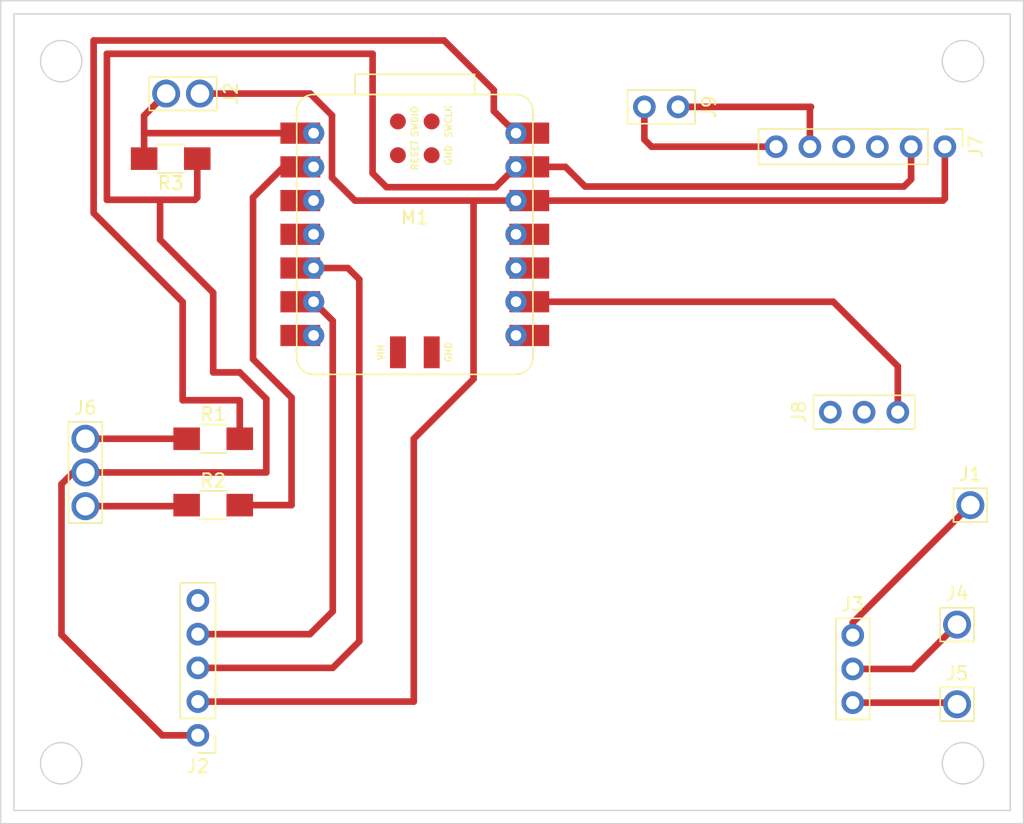
<source format=kicad_pcb>
(kicad_pcb (version 20221018) (generator pcbnew)
  (layers (0 "F.Cu" signal) (31 "B.Cu" signal) (34 "B.Paste" user) (35 "F.Paste" user) (36 "B.SilkS" user "B.Silkscreen") (37 "F.SilkS" user "F.Silkscreen") (38 "B.Mask" user) (39 "F.Mask" user) (44 "Edge.Cuts" user))
  (net 0 "")
  (net 1 "PWR_GND")
  (net 2 "PWR_3V3")
  (net 3 "SDA")
  (net 4 "SCL")
  (net 9 "P2")
  (net 12 "PWR_5V")
  (net 20 "P27")
  (net 21 "S1")
  (net 22 "FLEX")
  (net 23 "S2")
  (net 24 "S3")
  (net 25 "LED_SIG")
  (net 26 "LED_PWR")
  (net 29 "LOUT1")
  (net 30 "LOUT2")
  (footprint "fab:PinHeader_1x03_P2.54mm_Vertical_THT_D1.4mm" (layer "F.Cu") (at 110.38 77)
    (fp_text reference "J6" (at 0 -2.33) (layer "F.SilkS"))
    (fp_text value "Conn_PinHeader_1x03_P2.54mm_Vertical_THT_D1.4mm")
    (fp_line (start -1.27 -1.27) (end -1.27 6.35) (stroke (width 0.12)) (layer "F.SilkS"))
    (fp_line (start -1.27 -1.27) (end 1.27 -1.27) (stroke (width 0.12)) (layer "F.SilkS"))
    (fp_line (start -1.27 6.35) (end 1.27 6.35) (stroke (width 0.12)) (layer "F.SilkS"))
    (fp_line (start 1.27 -1.27) (end 1.27 6.35) (stroke (width 0.12)) (layer "F.SilkS"))
    (pad "1" thru_hole circle (at 0 0) (size 2.1 2.1) (drill 1.4) (layers "*.Cu" "*.Mask") (net 26 "LED_PWR"))
    (pad "2" thru_hole circle (at 0 2.54) (size 2.1 2.1) (drill 1.4) (layers "*.Cu" "*.Mask") (net 1 "PWR_GND"))
    (pad "3" thru_hole circle (at 0 5.08) (size 2.1 2.1) (drill 1.4) (layers "*.Cu" "*.Mask") (net 25 "LED_SIG"))
  )
  (footprint "fab:PinHeader_1x01_P2.54mm_Vertical_THT_D1.4mm" (layer "F.Cu") (at 176 91)
    (fp_text reference "J4" (at 0 -2.33) (layer "F.SilkS"))
    (fp_text value "Conn_PinHeader_1x01_P2.54mm_Vertical_THT_D1.4mm" hide)
    (fp_line (start -1.27 -1.27) (end -1.27 1.27) (stroke (width 0.12)) (layer "F.SilkS"))
    (fp_line (start -1.27 -1.27) (end 1.27 -1.27) (stroke (width 0.12)) (layer "F.SilkS"))
    (fp_line (start -1.27 1.27) (end 1.27 1.27) (stroke (width 0.12)) (layer "F.SilkS"))
    (fp_line (start 1.27 -1.27) (end 1.27 1.27) (stroke (width 0.12)) (layer "F.SilkS"))
    (pad "1" thru_hole circle (at 0 0) (size 2.1 2.1) (drill 1.4) (layers "*.Cu" "*.Mask") (net 23 "S2"))
  )
  (footprint "fab:R_1206" (layer "F.Cu") (at 120 77)
    (fp_text reference "R1" (at 0 -1.85) (layer "F.SilkS"))
    (fp_text value "R_1206")
    (fp_line (start -1 -1.07) (end 1 -1.07) (stroke (width 0.12)) (layer "F.SilkS"))
    (fp_line (start 1 1.07) (end -1 1.07) (stroke (width 0.12)) (layer "F.SilkS"))
    (pad "1" smd rect (at -2 0) (size 2 1.7) (layers "F.Cu" "F.Paste" "F.Mask") (net 26 "LED_PWR"))
    (pad "2" smd rect (at 2 0) (size 2 1.7) (layers "F.Cu" "F.Paste" "F.Mask") (net 12 "PWR_5V"))
  )
  (footprint "fab:PinHeader_1x01_P2.54mm_Vertical_THT_D1.4mm" (layer "F.Cu") (at 176 97)
    (fp_text reference "J5" (at 0 -2.33) (layer "F.SilkS"))
    (fp_text value "Conn_PinHeader_1x01_P2.54mm_Vertical_THT_D1.4mm" hide)
    (fp_line (start -1.27 -1.27) (end -1.27 1.27) (stroke (width 0.12)) (layer "F.SilkS"))
    (fp_line (start -1.27 -1.27) (end 1.27 -1.27) (stroke (width 0.12)) (layer "F.SilkS"))
    (fp_line (start -1.27 1.27) (end 1.27 1.27) (stroke (width 0.12)) (layer "F.SilkS"))
    (fp_line (start 1.27 -1.27) (end 1.27 1.27) (stroke (width 0.12)) (layer "F.SilkS"))
    (pad "1" thru_hole circle (at 0 0) (size 2.1 2.1) (drill 1.4) (layers "*.Cu" "*.Mask") (net 24 "S3"))
  )
  (footprint "fab:PinHeader_1x01_P2.54mm_Vertical_THT_D1.4mm" (layer "F.Cu") (at 177 82)
    (fp_text reference "J1" (at 0 -2.33) (layer "F.SilkS"))
    (fp_text value "Conn_PinHeader_1x01_P2.54mm_Vertical_THT_D1.4mm")
    (fp_line (start -1.27 -1.27) (end -1.27 1.27) (stroke (width 0.12)) (layer "F.SilkS"))
    (fp_line (start -1.27 -1.27) (end 1.27 -1.27) (stroke (width 0.12)) (layer "F.SilkS"))
    (fp_line (start -1.27 1.27) (end 1.27 1.27) (stroke (width 0.12)) (layer "F.SilkS"))
    (fp_line (start 1.27 -1.27) (end 1.27 1.27) (stroke (width 0.12)) (layer "F.SilkS"))
    (pad "1" thru_hole circle (at 0 0) (size 2.1 2.1) (drill 1.4) (layers "*.Cu" "*.Mask") (net 21 "S1"))
  )
  (footprint "fab:PinHeader_1x03_P2.54mm_Vertical_THT_D1mm" (layer "F.Cu") (at 168.146 91.8)
    (fp_text reference "J3" (at 0 -2.33) (layer "F.SilkS"))
    (fp_text value "Conn_PinHeader_1x03_P2.54mm_Vertical_THT_D1mm" hide)
    (fp_line (start -1.27 -1.27) (end -1.27 6.35) (stroke (width 0.12)) (layer "F.SilkS"))
    (fp_line (start -1.27 -1.27) (end 1.27 -1.27) (stroke (width 0.12)) (layer "F.SilkS"))
    (fp_line (start -1.27 6.35) (end 1.27 6.35) (stroke (width 0.12)) (layer "F.SilkS"))
    (fp_line (start 1.27 -1.27) (end 1.27 6.35) (stroke (width 0.12)) (layer "F.SilkS"))
    (pad "1" thru_hole oval (at 0 0) (size 1.7 1.7) (drill 1) (layers "*.Cu" "*.Mask") (net 21 "S1"))
    (pad "2" thru_hole oval (at 0 2.54) (size 1.7 1.7) (drill 1) (layers "*.Cu" "*.Mask") (net 23 "S2"))
    (pad "3" thru_hole oval (at 0 5.08) (size 1.7 1.7) (drill 1) (layers "*.Cu" "*.Mask") (net 24 "S3"))
  )
  (footprint "fab:R_1206" (layer "F.Cu") (at 116.8 55.9 180)
    (fp_text reference "R3" (at 0 -1.85) (layer "F.SilkS"))
    (fp_text value "R_1206")
    (fp_line (start -1 -1.07) (end 1 -1.07) (stroke (width 0.12)) (layer "F.SilkS"))
    (fp_line (start 1 1.07) (end -1 1.07) (stroke (width 0.12)) (layer "F.SilkS"))
    (pad "1" smd rect (at -2 0 180) (size 2 1.7) (layers "F.Cu" "F.Paste" "F.Mask") (net 1 "PWR_GND"))
    (pad "2" smd rect (at 2 0 180) (size 2 1.7) (layers "F.Cu" "F.Paste" "F.Mask") (net 22 "FLEX"))
  )
  (footprint "fab:PinHeader_1x02_P2.54mm_Vertical_THT_D1.4mm" (layer "F.Cu") (at 119 51 -90)
    (fp_text reference "J2" (at 0 -2.33 90) (layer "F.SilkS"))
    (fp_text value "Conn_PinHeader_1x02_P2.54mm_Vertical_THT_D1.4mm")
    (fp_line (start -1.27 -1.27) (end -1.27 3.81) (stroke (width 0.12)) (layer "F.SilkS"))
    (fp_line (start -1.27 -1.27) (end 1.27 -1.27) (stroke (width 0.12)) (layer "F.SilkS"))
    (fp_line (start -1.27 3.81) (end 1.27 3.81) (stroke (width 0.12)) (layer "F.SilkS"))
    (fp_line (start 1.27 -1.27) (end 1.27 3.81) (stroke (width 0.12)) (layer "F.SilkS"))
    (pad "1" thru_hole circle (at 0 0 270) (size 2.1 2.1) (drill 1.4) (layers "*.Cu" "*.Mask") (net 2 "PWR_3V3"))
    (pad "2" thru_hole circle (at 0 2.54 270) (size 2.1 2.1) (drill 1.4) (layers "*.Cu" "*.Mask") (net 22 "FLEX"))
  )
  (footprint "fab:SeeedStudio_XIAO_RP2040" (layer "F.Cu") (at 135.175 61.6)
    (fp_text reference "M1" (at 0 -1.27 unlocked) (layer "F.SilkS"))
    (fp_text value "Module_XIAO-RP2040")
    (fp_text user "GND" (at 2.54 -5.96 90 unlocked) (layer "F.SilkS") (effects (font (size 0.5 0.5) (thickness 0.1) bold)))
    (fp_text user "RESET" (at 0 -5.96 90 unlocked) (layer "F.SilkS") (effects (font (size 0.5 0.5) (thickness 0.1) bold)))
    (fp_text user "SWCLK" (at 2.54 -8.5 90 unlocked) (layer "F.SilkS") (effects (font (size 0.5 0.5) (thickness 0.1) bold)))
    (fp_text user "VIN" (at -2.535 8.89 90 unlocked) (layer "F.SilkS") (effects (font (size 0.5 0.5) (thickness 0.1) bold)))
    (fp_text user "SWDIO" (at 0 -8.5 90 unlocked) (layer "F.SilkS") (effects (font (size 0.5 0.5) (thickness 0.1) bold)))
    (fp_text user "GND" (at 2.545 8.89 90 unlocked) (layer "F.SilkS") (effects (font (size 0.5 0.5) (thickness 0.1) bold)))
    (fp_line (start -8.8875 9.281) (end -8.8875 -9.261) (stroke (width 0.12)) (layer "F.SilkS"))
    (fp_line (start -7.6175 -10.531) (end 7.6225 -10.531) (stroke (width 0.12)) (layer "F.SilkS"))
    (fp_line (start 7.6225 10.551) (end -7.6175 10.551) (stroke (width 0.12)) (layer "F.SilkS"))
    (fp_line (start 8.8925 -9.261) (end 8.8925 9.281) (stroke (width 0.12)) (layer "F.SilkS"))
    (fp_rect (start -4.4975 -10.531) (end 4.5025 -12.055) (stroke (width 0.12)) (fill none) (layer "F.SilkS"))
    (fp_arc (start -8.8875 -9.261) (mid -8.515526 -10.159026) (end -7.6175 -10.531) (stroke (width 0.12)) (layer "F.SilkS"))
    (fp_arc (start -7.6175 10.551) (mid -8.515526 10.179026) (end -8.8875 9.281) (stroke (width 0.12)) (layer "F.SilkS"))
    (fp_arc (start 7.6225 -10.531) (mid 8.520526 -10.159026) (end 8.8925 -9.261) (stroke (width 0.12)) (layer "F.SilkS"))
    (fp_arc (start 8.8925 9.281) (mid 8.520526 10.179026) (end 7.6225 10.551) (stroke (width 0.12)) (layer "F.SilkS"))
    (pad "1" thru_hole circle (at -7.615 -7.62) (size 1.6 1.6) (drill 0.8) (layers "*.Cu" "*.Mask") (net 22 "FLEX"))
    (pad "1" smd rect (at -7.615 -7.62) (size 3 1.6) (drill (offset -1 0)) (layers "F.Cu" "F.Paste" "F.Mask") (net 22 "FLEX"))
    (pad "2" thru_hole circle (at -7.615 -5.08) (size 1.6 1.6) (drill 0.8) (layers "*.Cu" "*.Mask") (net 20 "P27"))
    (pad "2" smd rect (at -7.615 -5.08) (size 3 1.6) (drill (offset -1 0)) (layers "F.Cu" "F.Paste" "F.Mask") (net 20 "P27"))
    (pad "3" thru_hole circle (at -7.615 -2.54) (size 1.6 1.6) (drill 0.8) (layers "*.Cu" "*.Mask"))
    (pad "3" smd rect (at -7.615 -2.54) (size 3 1.6) (drill (offset -1 0)) (layers "F.Cu" "F.Paste" "F.Mask"))
    (pad "4" thru_hole circle (at -7.615 0) (size 1.6 1.6) (drill 0.8) (layers "*.Cu" "*.Mask"))
    (pad "4" smd rect (at -7.615 0) (size 3 1.6) (drill (offset -1 0)) (layers "F.Cu" "F.Paste" "F.Mask"))
    (pad "5" thru_hole circle (at -7.615 2.54) (size 1.6 1.6) (drill 0.8) (layers "*.Cu" "*.Mask") (net 3 "SDA"))
    (pad "5" smd rect (at -7.615 2.54) (size 3 1.6) (drill (offset -1 0)) (layers "F.Cu" "F.Paste" "F.Mask") (net 3 "SDA"))
    (pad "6" thru_hole circle (at -7.615 5.08) (size 1.6 1.6) (drill 0.8) (layers "*.Cu" "*.Mask") (net 4 "SCL"))
    (pad "6" smd rect (at -7.615 5.08) (size 3 1.6) (drill (offset -1 0)) (layers "F.Cu" "F.Paste" "F.Mask") (net 4 "SCL"))
    (pad "7" thru_hole circle (at -7.615 7.62) (size 1.6 1.6) (drill 0.8) (layers "*.Cu" "*.Mask"))
    (pad "7" smd rect (at -7.615 7.62) (size 3 1.6) (drill (offset -1 0)) (layers "F.Cu" "F.Paste" "F.Mask"))
    (pad "8" thru_hole circle (at 7.62 7.62) (size 1.6 1.6) (drill 0.8) (layers "*.Cu" "*.Mask"))
    (pad "8" smd rect (at 7.62 7.62) (size 3 1.6) (drill (offset 1 0)) (layers "F.Cu" "F.Paste" "F.Mask"))
    (pad "9" thru_hole circle (at 7.62 5.08) (size 1.6 1.6) (drill 0.8) (layers "*.Cu" "*.Mask") (net 9 "P2"))
    (pad "9" smd rect (at 7.62 5.08) (size 3 1.6) (drill (offset 1 0)) (layers "F.Cu" "F.Paste" "F.Mask") (net 9 "P2"))
    (pad "10" thru_hole circle (at 7.62 2.54) (size 1.6 1.6) (drill 0.8) (layers "*.Cu" "*.Mask"))
    (pad "10" smd rect (at 7.62 2.54) (size 3 1.6) (drill (offset 1 0)) (layers "F.Cu" "F.Paste" "F.Mask"))
    (pad "11" thru_hole circle (at 7.62 0) (size 1.6 1.6) (drill 0.8) (layers "*.Cu" "*.Mask"))
    (pad "11" smd rect (at 7.62 0) (size 3 1.6) (drill (offset 1 0)) (layers "F.Cu" "F.Paste" "F.Mask"))
    (pad "12" thru_hole circle (at 7.62 -2.54) (size 1.6 1.6) (drill 0.8) (layers "*.Cu" "*.Mask") (net 2 "PWR_3V3"))
    (pad "12" smd rect (at 7.62 -2.54) (size 3 1.6) (drill (offset 1 0)) (layers "F.Cu" "F.Paste" "F.Mask") (net 2 "PWR_3V3"))
    (pad "13" thru_hole circle (at 7.62 -5.08) (size 1.6 1.6) (drill 0.8) (layers "*.Cu" "*.Mask") (net 1 "PWR_GND"))
    (pad "13" smd rect (at 7.62 -5.08) (size 3 1.6) (drill (offset 1 0)) (layers "F.Cu" "F.Paste" "F.Mask") (net 1 "PWR_GND"))
    (pad "14" thru_hole circle (at 7.62 -7.62) (size 1.6 1.6) (drill 0.8) (layers "*.Cu" "*.Mask") (net 12 "PWR_5V"))
    (pad "14" smd rect (at 7.62 -7.62) (size 3 1.6) (drill (offset 1 0)) (layers "F.Cu" "F.Paste" "F.Mask") (net 12 "PWR_5V"))
    (pad "15" smd rect (at 1.275 8.89 270) (size 2.4 1.2) (layers "F.Cu" "F.Paste" "F.Mask"))
    (pad "16" smd rect (at -1.265 8.89 270) (size 2.4 1.2) (layers "F.Cu" "F.Paste" "F.Mask"))
    (pad "17" smd circle (at -1.27 -8.5) (size 1.2 1.2) (layers "F.Cu" "F.Paste" "F.Mask"))
    (pad "18" smd circle (at -1.27 -5.96) (size 1.2 1.2) (layers "F.Cu" "F.Paste" "F.Mask"))
    (pad "19" smd circle (at 1.27 -5.96) (size 1.2 1.2) (layers "F.Cu" "F.Paste" "F.Mask"))
    (pad "20" smd circle (at 1.27 -8.5) (size 1.2 1.2) (layers "F.Cu" "F.Paste" "F.Mask"))
  )
  (footprint "fab:R_1206" (layer "F.Cu") (at 120 82)
    (fp_text reference "R2" (at 0 -1.85) (layer "F.SilkS"))
    (fp_text value "R_1206")
    (fp_line (start -1 -1.07) (end 1 -1.07) (stroke (width 0.12)) (layer "F.SilkS"))
    (fp_line (start 1 1.07) (end -1 1.07) (stroke (width 0.12)) (layer "F.SilkS"))
    (pad "1" smd rect (at -2 0) (size 2 1.7) (layers "F.Cu" "F.Paste" "F.Mask") (net 25 "LED_SIG"))
    (pad "2" smd rect (at 2 0) (size 2 1.7) (layers "F.Cu" "F.Paste" "F.Mask") (net 20 "P27"))
  )
  (footprint "fab:PinHeader_1x06_P2.54mm_Vertical_THT_D1mm" (layer "F.Cu") (at 175.08 55 -90)
    (fp_text reference "J7" (at 0 -2.33 90) (layer "F.SilkS"))
    (fp_text value "Conn_PinHeader_1x06_P2.54mm_Vertical_THT_D1mm")
    (fp_line (start -1.33 -1.33) (end 0 -1.33) (stroke (width 0.12)) (layer "F.SilkS"))
    (fp_line (start -1.33 0) (end -1.33 -1.33) (stroke (width 0.12)) (layer "F.SilkS"))
    (fp_line (start -1.33 1.27) (end -1.33 14.03) (stroke (width 0.12)) (layer "F.SilkS"))
    (fp_line (start -1.33 1.27) (end 1.33 1.27) (stroke (width 0.12)) (layer "F.SilkS"))
    (fp_line (start -1.33 14.03) (end 1.33 14.03) (stroke (width 0.12)) (layer "F.SilkS"))
    (fp_line (start 1.33 1.27) (end 1.33 14.03) (stroke (width 0.12)) (layer "F.SilkS"))
    (pad "1" thru_hole circle (at 0 0 270) (size 1.7 1.7) (drill 1) (layers "*.Cu" "*.Mask") (net 2 "PWR_3V3"))
    (pad "2" thru_hole oval (at 0 2.54 270) (size 1.7 1.7) (drill 1) (layers "*.Cu" "*.Mask") (net 1 "PWR_GND"))
    (pad "3" thru_hole oval (at 0 5.08 270) (size 1.7 1.7) (drill 1) (layers "*.Cu" "*.Mask"))
    (pad "4" thru_hole oval (at 0 7.62 270) (size 1.7 1.7) (drill 1) (layers "*.Cu" "*.Mask"))
    (pad "5" thru_hole oval (at 0 10.16 270) (size 1.7 1.7) (drill 1) (layers "*.Cu" "*.Mask") (net 29 "LOUT1"))
    (pad "6" thru_hole oval (at 0 12.7 270) (size 1.7 1.7) (drill 1) (layers "*.Cu" "*.Mask") (net 30 "LOUT2"))
  )
  (footprint "fab:PinHeader_1x02_P2.54mm_Vertical_THT_D1mm" (layer "F.Cu") (at 155 52 -90)
    (fp_text reference "J9" (at 0 -2.33 90) (layer "F.SilkS"))
    (fp_text value "Conn_PinHeader_1x02_P2.54mm_Vertical_THT_D1mm")
    (fp_line (start -1.27 -1.27) (end -1.27 3.81) (stroke (width 0.12)) (layer "F.SilkS"))
    (fp_line (start -1.27 -1.27) (end 1.27 -1.27) (stroke (width 0.12)) (layer "F.SilkS"))
    (fp_line (start -1.27 3.81) (end 1.27 3.81) (stroke (width 0.12)) (layer "F.SilkS"))
    (fp_line (start 1.27 -1.27) (end 1.27 3.81) (stroke (width 0.12)) (layer "F.SilkS"))
    (pad "1" thru_hole oval (at 0 0 270) (size 1.7 1.7) (drill 1) (layers "*.Cu" "*.Mask") (net 29 "LOUT1"))
    (pad "2" thru_hole oval (at 0 2.54 270) (size 1.7 1.7) (drill 1) (layers "*.Cu" "*.Mask") (net 30 "LOUT2"))
  )
  (footprint "fab:PinHeader_1x05_P2.54mm_Vertical_THT_D1mm" (layer "F.Cu") (at 118.846 99.34 180)
    (fp_text reference "J2" (at 0 -2.33) (layer "F.SilkS"))
    (fp_text value "Conn_PinHeader_1x05_P2.54mm_Vertical_THT_D1mm")
    (fp_line (start -1.33 -1.33) (end 0 -1.33) (stroke (width 0.12)) (layer "F.SilkS"))
    (fp_line (start -1.33 0) (end -1.33 -1.33) (stroke (width 0.12)) (layer "F.SilkS"))
    (fp_line (start -1.33 1.27) (end -1.33 11.49) (stroke (width 0.12)) (layer "F.SilkS"))
    (fp_line (start -1.33 1.27) (end 1.33 1.27) (stroke (width 0.12)) (layer "F.SilkS"))
    (fp_line (start -1.33 11.49) (end 1.33 11.49) (stroke (width 0.12)) (layer "F.SilkS"))
    (fp_line (start 1.33 1.27) (end 1.33 11.49) (stroke (width 0.12)) (layer "F.SilkS"))
    (pad "1" thru_hole circle (at 0 0 180) (size 1.7 1.7) (drill 1) (layers "*.Cu" "*.Mask") (net 1 "PWR_GND"))
    (pad "2" thru_hole oval (at 0 2.54 180) (size 1.7 1.7) (drill 1) (layers "*.Cu" "*.Mask") (net 2 "PWR_3V3"))
    (pad "3" thru_hole oval (at 0 5.08 180) (size 1.7 1.7) (drill 1) (layers "*.Cu" "*.Mask") (net 3 "SDA"))
    (pad "4" thru_hole oval (at 0 7.62 180) (size 1.7 1.7) (drill 1) (layers "*.Cu" "*.Mask") (net 4 "SCL"))
    (pad "5" thru_hole oval (at 0 10.16 180) (size 1.7 1.7) (drill 1) (layers "*.Cu" "*.Mask"))
  )
  (footprint "fab:PinHeader_1x03_P2.54mm_Vertical_THT_D1mm" (layer "F.Cu") (at 166.46 75 90)
    (fp_text reference "J8" (at 0 -2.33 90) (layer "F.SilkS"))
    (fp_text value "Conn_PinHeader_1x03_P2.54mm_Vertical_THT_D1mm")
    (fp_line (start -1.27 -1.27) (end -1.27 6.35) (stroke (width 0.12)) (layer "F.SilkS"))
    (fp_line (start -1.27 -1.27) (end 1.27 -1.27) (stroke (width 0.12)) (layer "F.SilkS"))
    (fp_line (start -1.27 6.35) (end 1.27 6.35) (stroke (width 0.12)) (layer "F.SilkS"))
    (fp_line (start 1.27 -1.27) (end 1.27 6.35) (stroke (width 0.12)) (layer "F.SilkS"))
    (pad "1" thru_hole oval (at 0 0 90) (size 1.7 1.7) (drill 1) (layers "*.Cu" "*.Mask"))
    (pad "2" thru_hole oval (at 0 2.54 90) (size 1.7 1.7) (drill 1) (layers "*.Cu" "*.Mask"))
    (pad "3" thru_hole oval (at 0 5.08 90) (size 1.7 1.7) (drill 1) (layers "*.Cu" "*.Mask") (net 9 "P2"))
  )
  (gr_line (start 105 45) (end 105 105) (stroke (width 0.1)) (layer "Edge.Cuts"))
  (gr_line (start 181 44) (end 104 44) (stroke (width 0.1)) (layer "Edge.Cuts"))
  (gr_line (start 180 105) (end 180 45) (stroke (width 0.1)) (layer "Edge.Cuts"))
  (gr_circle (center 176.444366 101.444366) (end 177.544366 102.544366) (stroke (width 0.1)) (fill none) (layer "Edge.Cuts"))
  (gr_circle (center 176.444366 48.555634) (end 177.544366 49.655634) (stroke (width 0.1)) (fill none) (layer "Edge.Cuts"))
  (gr_circle (center 108.555634 48.555634) (end 109.655634 49.655634) (stroke (width 0.1)) (fill none) (layer "Edge.Cuts"))
  (gr_line (start 104 44) (end 104 106) (stroke (width 0.1)) (layer "Edge.Cuts"))
  (gr_line (start 180 45) (end 105 45) (stroke (width 0.1)) (layer "Edge.Cuts"))
  (gr_line (start 104 106) (end 181 106) (stroke (width 0.1)) (layer "Edge.Cuts"))
  (gr_line (start 181 106) (end 181 44) (stroke (width 0.1)) (layer "Edge.Cuts"))
  (gr_circle (center 108.555634 101.444366) (end 109.655634 102.544366) (stroke (width 0.1)) (fill none) (layer "Edge.Cuts"))
  (gr_line (start 105 105) (end 180 105) (stroke (width 0.1)) (layer "Edge.Cuts"))
  (segment (start 116.16 99.34) (end 108.58 91.76) (width 0.5) (layer "F.Cu") (net 1))
  (segment (start 116 59) (end 116 62) (width 0.5) (layer "F.Cu") (net 1))
  (segment (start 116 59) (end 118.62 59) (width 0.5) (layer "F.Cu") (net 1))
  (segment (start 133.05 58.05) (end 132 57) (width 0.5) (layer "F.Cu") (net 1))
  (segment (start 112 48) (end 112 59) (width 0.5) (layer "F.Cu") (net 1))
  (segment (start 132 48) (end 112 48) (width 0.5) (layer "F.Cu") (net 1))
  (segment (start 120 72) (end 122 72) (width 0.5) (layer "F.Cu") (net 1))
  (segment (start 172.54 57.46) (end 172 58) (width 0.5) (layer "F.Cu") (net 1))
  (segment (start 122 72) (end 124 74) (width 0.5) (layer "F.Cu") (net 1))
  (segment (start 108.58 80.42) (end 109.46 79.54) (width 0.5) (layer "F.Cu") (net 1))
  (segment (start 172 58) (end 148 58) (width 0.5) (layer "F.Cu") (net 1))
  (segment (start 172.54 55) (end 172.54 57.46) (width 0.5) (layer "F.Cu") (net 1))
  (segment (start 124 79.54) (end 110.38 79.54) (width 0.5) (layer "F.Cu") (net 1))
  (segment (start 118.8 58.82) (end 118.66 58.96) (width 0.5) (layer "F.Cu") (net 1))
  (segment (start 109.46 79.54) (end 110.38 79.54) (width 0.5) (layer "F.Cu") (net 1))
  (segment (start 118.62 59) (end 118.8 58.82) (width 0.5) (layer "F.Cu") (net 1))
  (segment (start 146.52 56.52) (end 142.795 56.52) (width 0.5) (layer "F.Cu") (net 1))
  (segment (start 142.795 56.52) (end 141.265 58.05) (width 0.5) (layer "F.Cu") (net 1))
  (segment (start 148 58) (end 146.52 56.52) (width 0.5) (layer "F.Cu") (net 1))
  (segment (start 120 66) (end 120 72) (width 0.5) (layer "F.Cu") (net 1))
  (segment (start 118.8 55.9) (end 118.8 58.82) (width 0.5) (layer "F.Cu") (net 1))
  (segment (start 124 74) (end 124 79.54) (width 0.5) (layer "F.Cu") (net 1))
  (segment (start 118.846 99.34) (end 116.16 99.34) (width 0.5) (layer "F.Cu") (net 1))
  (segment (start 112 59) (end 116 59) (width 0.5) (layer "F.Cu") (net 1))
  (segment (start 141.265 58.05) (end 133.05 58.05) (width 0.5) (layer "F.Cu") (net 1))
  (segment (start 108.58 91.76) (end 108.58 80.42) (width 0.5) (layer "F.Cu") (net 1))
  (segment (start 116 62) (end 120 66) (width 0.5) (layer "F.Cu") (net 1))
  (segment (start 132 57) (end 132 48) (width 0.5) (layer "F.Cu") (net 1))
  (segment (start 135.1 96.8) (end 135.1 77) (width 0.5) (layer "F.Cu") (net 2))
  (segment (start 175.08 58.92) (end 175.08 55) (width 0.5) (layer "F.Cu") (net 2))
  (segment (start 118.846 96.8) (end 135.1 96.8) (width 0.5) (layer "F.Cu") (net 2))
  (segment (start 128.943186 57.328846) (end 130.67434 59.06) (width 0.5) (layer "F.Cu") (net 2))
  (segment (start 128.943186 52.643186) (end 128.943186 57.328846) (width 0.5) (layer "F.Cu") (net 2))
  (segment (start 119 51) (end 127.3 51) (width 0.5) (layer "F.Cu") (net 2))
  (segment (start 130.67434 59.06) (end 139.5 59.06) (width 0.5) (layer "F.Cu") (net 2))
  (segment (start 139.6 72.5) (end 139.6 59.16) (width 0.5) (layer "F.Cu") (net 2))
  (segment (start 174.94 59.06) (end 175.08 58.92) (width 0.5) (layer "F.Cu") (net 2))
  (segment (start 139.6 59.16) (end 139.5 59.06) (width 0.5) (layer "F.Cu") (net 2))
  (segment (start 139.5 59.06) (end 142.795 59.06) (width 0.5) (layer "F.Cu") (net 2))
  (segment (start 142.795 59.06) (end 174.94 59.06) (width 0.5) (layer "F.Cu") (net 2))
  (segment (start 127.3 51) (end 128.943186 52.643186) (width 0.5) (layer "F.Cu") (net 2))
  (segment (start 135.1 77) (end 139.6 72.5) (width 0.5) (layer "F.Cu") (net 2))
  (segment (start 131 65) (end 130.14 64.14) (width 0.5) (layer "F.Cu") (net 3))
  (segment (start 130.14 64.14) (end 127.56 64.14) (width 0.5) (layer "F.Cu") (net 3))
  (segment (start 131 92.26) (end 129 94.26) (width 0.5) (layer "F.Cu") (net 3))
  (segment (start 129 94.26) (end 118.846 94.26) (width 0.5) (layer "F.Cu") (net 3))
  (segment (start 131 92.26) (end 131 65) (width 0.5) (layer "F.Cu") (net 3))
  (segment (start 129 68.12) (end 127.56 66.68) (width 0.5) (layer "F.Cu") (net 4))
  (segment (start 129 90) (end 129 68.12) (width 0.5) (layer "F.Cu") (net 4))
  (segment (start 118.846 91.72) (end 127.28 91.72) (width 0.5) (layer "F.Cu") (net 4))
  (segment (start 127.28 91.72) (end 129 90) (width 0.5) (layer "F.Cu") (net 4))
  (segment (start 166.68 66.68) (end 142.795 66.68) (width 0.5) (layer "F.Cu") (net 9))
  (segment (start 171.54 71.54) (end 166.68 66.68) (width 0.5) (layer "F.Cu") (net 9))
  (segment (start 171.54 75) (end 171.54 71.54) (width 0.5) (layer "F.Cu") (net 9))
  (segment (start 141.125 52.31) (end 142.795 53.98) (width 0.5) (layer "F.Cu") (net 12))
  (segment (start 137.38566 47) (end 141.125 50.73934) (width 0.5) (layer "F.Cu") (net 12))
  (segment (start 122 77) (end 122 74.1) (width 0.5) (layer "F.Cu") (net 12))
  (segment (start 117.7 66.7) (end 117.7 74.1) (width 0.5) (layer "F.Cu") (net 12))
  (segment (start 111 60) (end 117.7 66.7) (width 0.5) (layer "F.Cu") (net 12))
  (segment (start 111 47) (end 111 60) (width 0.5) (layer "F.Cu") (net 12))
  (segment (start 141.125 50.73934) (end 141.125 52.31) (width 0.5) (layer "F.Cu") (net 12))
  (segment (start 137.38566 47) (end 111 47) (width 0.5) (layer "F.Cu") (net 12))
  (segment (start 122 74.1) (end 117.7 74.1) (width 0.5) (layer "F.Cu") (net 12))
  (segment (start 125.3 56.52) (end 127.56 56.52) (width 0.5) (layer "F.Cu") (net 20))
  (segment (start 122 82) (end 125.9 82) (width 0.5) (layer "F.Cu") (net 20))
  (segment (start 125.9 73.9) (end 123 71) (width 0.5) (layer "F.Cu") (net 20))
  (segment (start 125.9 82) (end 125.9 73.9) (width 0.5) (layer "F.Cu") (net 20))
  (segment (start 123 58.82) (end 125.3 56.52) (width 0.5) (layer "F.Cu") (net 20))
  (segment (start 123 71) (end 123 58.82) (width 0.5) (layer "F.Cu") (net 20))
  (segment (start 168.146 90.854) (end 177 82) (width 0.5) (layer "F.Cu") (net 21))
  (segment (start 168.146 91.8) (end 168.146 90.854) (width 0.5) (layer "F.Cu") (net 21))
  (segment (start 114.82 53.98) (end 114.8 54) (width 0.5) (layer "F.Cu") (net 22))
  (segment (start 127.56 53.98) (end 114.82 53.98) (width 0.5) (layer "F.Cu") (net 22))
  (segment (start 114.8 52.66) (end 116.46 51) (width 0.5) (layer "F.Cu") (net 22))
  (segment (start 114.8 54) (end 114.8 55.9) (width 0.5) (layer "F.Cu") (net 22))
  (segment (start 114.8 54) (end 114.8 52.66) (width 0.5) (layer "F.Cu") (net 22))
  (segment (start 172.66 94.34) (end 176 91) (width 0.5) (layer "F.Cu") (net 23))
  (segment (start 168.146 94.34) (end 172.66 94.34) (width 0.5) (layer "F.Cu") (net 23))
  (segment (start 168.146 96.88) (end 175.88 96.88) (width 0.5) (layer "F.Cu") (net 24))
  (segment (start 175.88 96.88) (end 176 97) (width 0.5) (layer "F.Cu") (net 24))
  (segment (start 110.38 82.08) (end 117.92 82.08) (width 0.5) (layer "F.Cu") (net 25))
  (segment (start 117.92 82.08) (end 118 82) (width 0.5) (layer "F.Cu") (net 25))
  (segment (start 110.38 77) (end 118 77) (width 0.5) (layer "F.Cu") (net 26))
  (segment (start 164.92 52.08) (end 164.92 55) (width 0.5) (layer "F.Cu") (net 29))
  (segment (start 165 52) (end 164.92 52.08) (width 0.5) (layer "F.Cu") (net 29))
  (segment (start 155 52) (end 165 52) (width 0.5) (layer "F.Cu") (net 29))
  (segment (start 153 55) (end 152.46 54.46) (width 0.5) (layer "F.Cu") (net 30))
  (segment (start 152.46 54.46) (end 152.46 52) (width 0.5) (layer "F.Cu") (net 30))
  (segment (start 162.38 55) (end 153 55) (width 0.5) (layer "F.Cu") (net 30))
)
</source>
